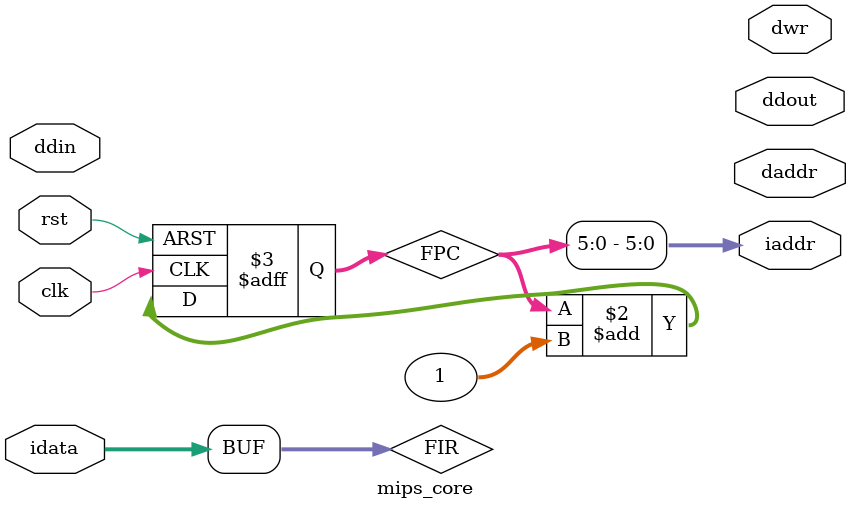
<source format=v>
`timescale 1 ns/10 ps  // time-unit = 1 ns, precision = 10 ps
module mips_core (clk, rst, iaddr, idata, daddr, dwr, ddout, ddin);
	input  clk;
	input  rst;
	output [5:0]  iaddr;
	input  [31:0] idata;
	output [5:0]  daddr;
	output [31:0] ddout;
	input  [31:0] ddin;
	output        dwr;
	
	
	//Registers
	reg  [31:0] FPC;
	reg  [31:0] DPC;
	wire [31:0] FIR;
	reg  [31:0] DIR;
	
	// Pipeline registers
	always @(posedge clk, posedge rst)
	begin
    if(rst) 
		begin
			FPC = 0;
    end
    else 
		begin
			// Pipeline latches
			DPC = FPC;
			DIR = FIR;
			//x_alu_func = d_alu_func
			// Program counter
			FPC = FPC + 1;
		end
	end

	// Fetch
	assign iaddr = FPC[5:0];
	assign FIR = idata;
	
	// decode
/*	always @(DIR)
	begin
		if (DIR[31:26] = 6'b000000)
		begin
			d_alu_func = 3'b000;
		end
	end
*/
endmodule 
</source>
